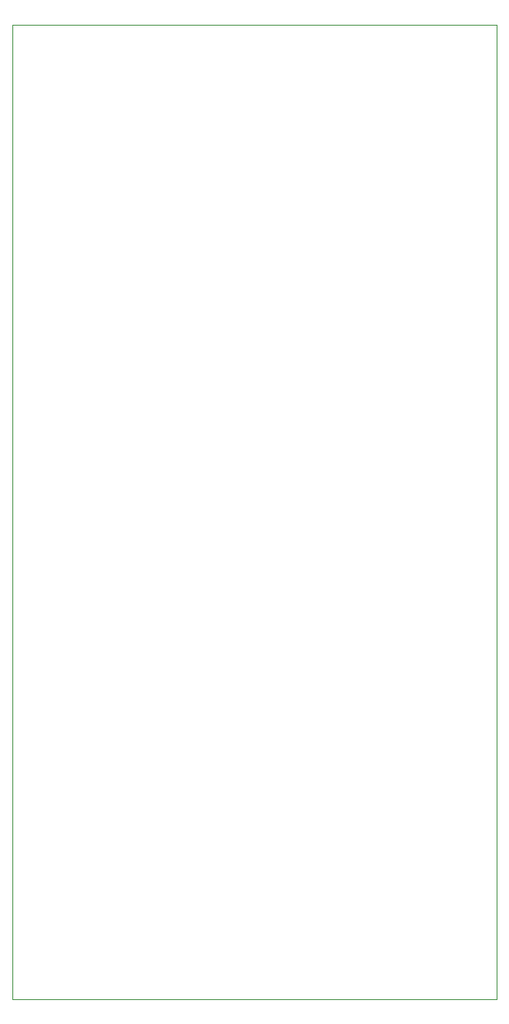
<source format=gm1>
G04 #@! TF.GenerationSoftware,KiCad,Pcbnew,8.0.5*
G04 #@! TF.CreationDate,2024-12-11T09:51:45-08:00*
G04 #@! TF.ProjectId,OpenPEMF_Final,4f70656e-5045-44d4-965f-46696e616c2e,rev?*
G04 #@! TF.SameCoordinates,Original*
G04 #@! TF.FileFunction,Profile,NP*
%FSLAX46Y46*%
G04 Gerber Fmt 4.6, Leading zero omitted, Abs format (unit mm)*
G04 Created by KiCad (PCBNEW 8.0.5) date 2024-12-11 09:51:45*
%MOMM*%
%LPD*%
G01*
G04 APERTURE LIST*
G04 #@! TA.AperFunction,Profile*
%ADD10C,0.100000*%
G04 #@! TD*
G04 APERTURE END LIST*
D10*
X102300000Y-49100000D02*
X102300000Y-148900000D01*
X152000000Y-49100000D02*
X152000000Y-148900000D01*
X102300000Y-148900000D02*
X152000000Y-148900000D01*
X152000000Y-49100000D02*
X102300000Y-49100000D01*
M02*

</source>
